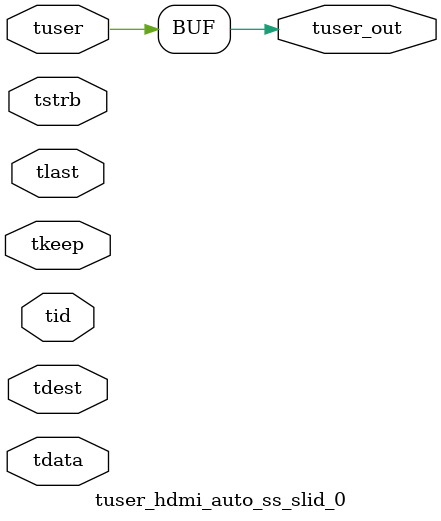
<source format=v>


`timescale 1ps/1ps

module tuser_hdmi_auto_ss_slid_0 #
(
parameter C_S_AXIS_TUSER_WIDTH = 1,
parameter C_S_AXIS_TDATA_WIDTH = 32,
parameter C_S_AXIS_TID_WIDTH   = 0,
parameter C_S_AXIS_TDEST_WIDTH = 0,
parameter C_M_AXIS_TUSER_WIDTH = 1
)
(
input  [(C_S_AXIS_TUSER_WIDTH == 0 ? 1 : C_S_AXIS_TUSER_WIDTH)-1:0     ] tuser,
input  [(C_S_AXIS_TDATA_WIDTH == 0 ? 1 : C_S_AXIS_TDATA_WIDTH)-1:0     ] tdata,
input  [(C_S_AXIS_TID_WIDTH   == 0 ? 1 : C_S_AXIS_TID_WIDTH)-1:0       ] tid,
input  [(C_S_AXIS_TDEST_WIDTH == 0 ? 1 : C_S_AXIS_TDEST_WIDTH)-1:0     ] tdest,
input  [(C_S_AXIS_TDATA_WIDTH/8)-1:0 ] tkeep,
input  [(C_S_AXIS_TDATA_WIDTH/8)-1:0 ] tstrb,
input                                                                    tlast,
output [C_M_AXIS_TUSER_WIDTH-1:0] tuser_out
);

assign tuser_out = {tuser[0:0]};

endmodule


</source>
